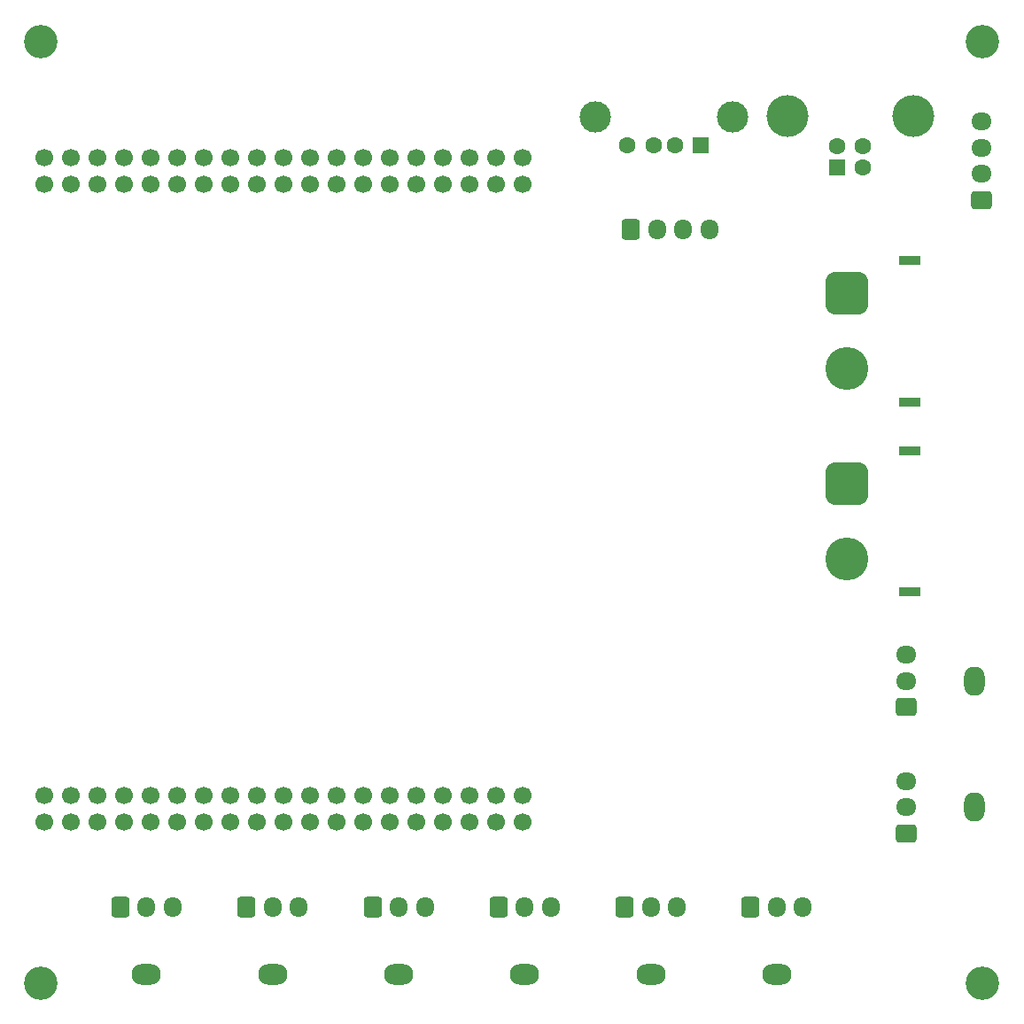
<source format=gbs>
%TF.GenerationSoftware,KiCad,Pcbnew,8.0.3*%
%TF.CreationDate,2024-10-23T14:54:12+09:00*%
%TF.ProjectId,ALTAIR_SERVO_MODULE_V5,414c5441-4952-45f5-9345-52564f5f4d4f,rev?*%
%TF.SameCoordinates,Original*%
%TF.FileFunction,Soldermask,Bot*%
%TF.FilePolarity,Negative*%
%FSLAX46Y46*%
G04 Gerber Fmt 4.6, Leading zero omitted, Abs format (unit mm)*
G04 Created by KiCad (PCBNEW 8.0.3) date 2024-10-23 14:54:12*
%MOMM*%
%LPD*%
G01*
G04 APERTURE LIST*
G04 Aperture macros list*
%AMRoundRect*
0 Rectangle with rounded corners*
0 $1 Rounding radius*
0 $2 $3 $4 $5 $6 $7 $8 $9 X,Y pos of 4 corners*
0 Add a 4 corners polygon primitive as box body*
4,1,4,$2,$3,$4,$5,$6,$7,$8,$9,$2,$3,0*
0 Add four circle primitives for the rounded corners*
1,1,$1+$1,$2,$3*
1,1,$1+$1,$4,$5*
1,1,$1+$1,$6,$7*
1,1,$1+$1,$8,$9*
0 Add four rect primitives between the rounded corners*
20,1,$1+$1,$2,$3,$4,$5,0*
20,1,$1+$1,$4,$5,$6,$7,0*
20,1,$1+$1,$6,$7,$8,$9,0*
20,1,$1+$1,$8,$9,$2,$3,0*%
G04 Aperture macros list end*
%ADD10O,2.000000X2.800000*%
%ADD11RoundRect,0.250000X0.725000X-0.600000X0.725000X0.600000X-0.725000X0.600000X-0.725000X-0.600000X0*%
%ADD12O,1.950000X1.700000*%
%ADD13R,2.000000X0.900000*%
%ADD14RoundRect,1.025000X-1.025000X1.025000X-1.025000X-1.025000X1.025000X-1.025000X1.025000X1.025000X0*%
%ADD15C,4.100000*%
%ADD16O,2.800000X2.000000*%
%ADD17RoundRect,0.250000X-0.600000X-0.725000X0.600000X-0.725000X0.600000X0.725000X-0.600000X0.725000X0*%
%ADD18O,1.700000X1.950000*%
%ADD19C,3.200000*%
%ADD20R,1.600000X1.500000*%
%ADD21C,1.600000*%
%ADD22C,3.000000*%
%ADD23R,1.600000X1.600000*%
%ADD24C,4.000000*%
%ADD25C,1.700000*%
G04 APERTURE END LIST*
D10*
%TO.C,J7*%
X199180000Y-123190000D03*
D11*
X192680000Y-125690000D03*
D12*
X192680000Y-123190000D03*
X192680000Y-120690000D03*
%TD*%
D13*
%TO.C,J9*%
X193040000Y-70955000D03*
X193040000Y-84455000D03*
D14*
X187040000Y-74105000D03*
D15*
X187040000Y-81305000D03*
%TD*%
D16*
%TO.C,J5*%
X168275000Y-139215000D03*
D17*
X165775000Y-132715000D03*
D18*
X168275000Y-132715000D03*
X170775000Y-132715000D03*
%TD*%
D16*
%TO.C,J4*%
X156225000Y-139215000D03*
D17*
X153725000Y-132715000D03*
D18*
X156225000Y-132715000D03*
X158725000Y-132715000D03*
%TD*%
D16*
%TO.C,J3*%
X144175000Y-139215000D03*
D17*
X141675000Y-132715000D03*
D18*
X144175000Y-132715000D03*
X146675000Y-132715000D03*
%TD*%
D19*
%TO.C,REF\u002A\u002A*%
X200000000Y-50000000D03*
%TD*%
%TO.C,REF\u002A\u002A*%
X200000000Y-140000000D03*
%TD*%
%TO.C,REF\u002A\u002A*%
X110000000Y-50000000D03*
%TD*%
D16*
%TO.C,J1*%
X120075000Y-139215000D03*
D17*
X117575000Y-132715000D03*
D18*
X120075000Y-132715000D03*
X122575000Y-132715000D03*
%TD*%
D16*
%TO.C,J6*%
X180315000Y-139215000D03*
D17*
X177815000Y-132715000D03*
D18*
X180315000Y-132715000D03*
X182815000Y-132715000D03*
%TD*%
D20*
%TO.C,J11*%
X173045000Y-59970000D03*
D21*
X170545000Y-59970000D03*
X168545000Y-59970000D03*
X166045000Y-59970000D03*
D22*
X176115000Y-57260000D03*
X162975000Y-57260000D03*
%TD*%
D23*
%TO.C,J12*%
X186075000Y-62032500D03*
D21*
X188575000Y-62032500D03*
X188575000Y-60032500D03*
X186075000Y-60032500D03*
D24*
X181325000Y-57172500D03*
X193325000Y-57172500D03*
%TD*%
D16*
%TO.C,J2*%
X132125000Y-139215000D03*
D17*
X129625000Y-132715000D03*
D18*
X132125000Y-132715000D03*
X134625000Y-132715000D03*
%TD*%
D17*
%TO.C,J13*%
X166370000Y-67945000D03*
D18*
X168870000Y-67945000D03*
X171370000Y-67945000D03*
X173870000Y-67945000D03*
%TD*%
D10*
%TO.C,J8*%
X199180000Y-111140000D03*
D11*
X192680000Y-113640000D03*
D12*
X192680000Y-111140000D03*
X192680000Y-108640000D03*
%TD*%
D19*
%TO.C,REF\u002A\u002A*%
X110000000Y-140000000D03*
%TD*%
D25*
%TO.C,U2*%
X125520786Y-122104214D03*
X117900786Y-124644214D03*
X122980786Y-122104214D03*
X117900786Y-63684214D03*
X115360786Y-124644214D03*
X150920786Y-124644214D03*
X138220786Y-122104214D03*
X117900786Y-61144214D03*
X115360786Y-122104214D03*
X130600786Y-122104214D03*
X128060786Y-122104214D03*
X143300786Y-122104214D03*
X145840786Y-122104214D03*
X153460786Y-63684214D03*
X156000786Y-63684214D03*
X148380786Y-122104214D03*
X122980786Y-63684214D03*
X125520786Y-63684214D03*
X128060786Y-63684214D03*
X138220786Y-63684214D03*
X135680786Y-63684214D03*
X150920786Y-63684214D03*
X125520786Y-61144214D03*
X122980786Y-61144214D03*
X125520786Y-124644214D03*
X128060786Y-124644214D03*
X130600786Y-124644214D03*
X112820786Y-122104214D03*
X145840786Y-124644214D03*
X148380786Y-124644214D03*
X150920786Y-122104214D03*
X138220786Y-61144214D03*
X135680786Y-61144214D03*
X148380786Y-63684214D03*
X143300786Y-63684214D03*
X145840786Y-63684214D03*
X130600786Y-63684214D03*
X135680786Y-124644214D03*
X112820786Y-63684214D03*
X115360786Y-63684214D03*
X140760786Y-63684214D03*
X128060786Y-61144214D03*
X145840786Y-61144214D03*
X143300786Y-61144214D03*
X140760786Y-61144214D03*
X156000786Y-122104214D03*
X153460786Y-122104214D03*
X153460786Y-124644214D03*
X156000786Y-124644214D03*
X150920786Y-61144214D03*
X115360786Y-61144214D03*
X112820786Y-61144214D03*
X133140786Y-63684214D03*
X110280786Y-61144214D03*
X110280786Y-63684214D03*
X110280786Y-124644214D03*
X110280786Y-122104214D03*
X112820786Y-124644214D03*
X138220786Y-124644214D03*
X140760786Y-124644214D03*
X143300786Y-124644214D03*
X133140786Y-124644214D03*
X117900786Y-122104214D03*
X133140786Y-122104214D03*
X135680786Y-122104214D03*
X120440786Y-63684214D03*
X133140786Y-61144214D03*
X148380786Y-61144214D03*
X122980786Y-124644214D03*
X120440786Y-122104214D03*
X120440786Y-124644214D03*
X140760786Y-122104214D03*
X120440786Y-61144214D03*
X130600786Y-61144214D03*
X153460786Y-61144214D03*
X156000786Y-61144214D03*
%TD*%
D11*
%TO.C,J14*%
X199898000Y-65158000D03*
D12*
X199898000Y-62658000D03*
X199898000Y-60158000D03*
X199898000Y-57658000D03*
%TD*%
D13*
%TO.C,J15*%
X193040000Y-89135000D03*
X193040000Y-102635000D03*
D14*
X187040000Y-92285000D03*
D15*
X187040000Y-99485000D03*
%TD*%
M02*

</source>
